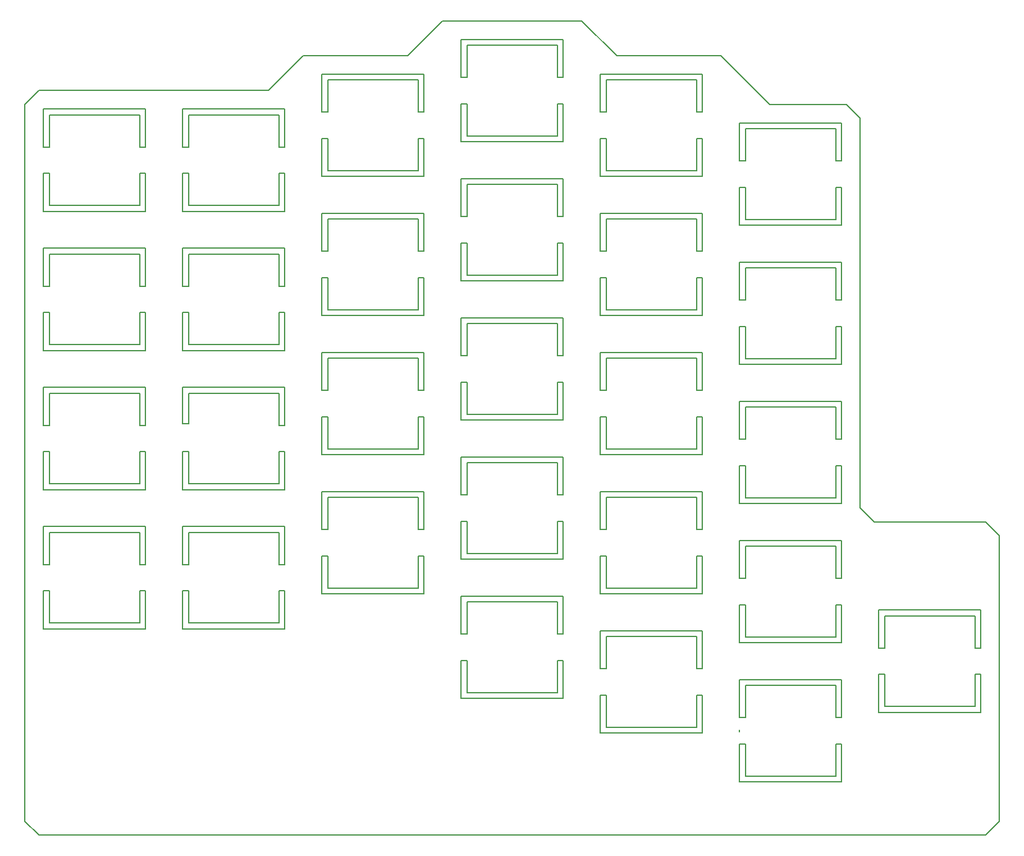
<source format=gm1>
G04 #@! TF.FileFunction,Profile,NP*
%FSLAX46Y46*%
G04 Gerber Fmt 4.6, Leading zero omitted, Abs format (unit mm)*
G04 Created by KiCad (PCBNEW 4.0.7) date Mon Jun  4 02:29:31 2018*
%MOMM*%
%LPD*%
G01*
G04 APERTURE LIST*
%ADD10C,0.100000*%
%ADD11C,0.150000*%
G04 APERTURE END LIST*
D10*
D11*
X126350000Y-109205000D02*
X126350000Y-114205000D01*
X139550000Y-114405000D02*
X140350000Y-114405000D01*
X139550000Y-110005000D02*
X139550000Y-114205000D01*
X139550000Y-114205000D02*
X139550000Y-114405000D01*
X140350000Y-114405000D02*
X140350000Y-114205000D01*
X140350000Y-114205000D02*
X140350000Y-109205000D01*
X140350000Y-109205000D02*
X126350000Y-109205000D01*
X127150000Y-110005000D02*
X139550000Y-110005000D01*
X140350000Y-118005000D02*
X139550000Y-118005000D01*
X140350000Y-123205000D02*
X126350000Y-123205000D01*
X140350000Y-118205000D02*
X140350000Y-123205000D01*
X139550000Y-118005000D02*
X139550000Y-122405000D01*
X126350000Y-123205000D02*
X126350000Y-118205000D01*
X140350000Y-118205000D02*
X140350000Y-118005000D01*
X127150000Y-118005000D02*
X126350000Y-118005000D01*
X127150000Y-122405000D02*
X127150000Y-118005000D01*
X126350000Y-118005000D02*
X126350000Y-118205000D01*
X139550000Y-122405000D02*
X127150000Y-122405000D01*
X127150000Y-114405000D02*
X127150000Y-114205000D01*
X126350000Y-114205000D02*
X126350000Y-114405000D01*
X127150000Y-114205000D02*
X127150000Y-110005000D01*
X126350000Y-114405000D02*
X127150000Y-114405000D01*
X50150000Y-78000000D02*
X50150000Y-83200000D01*
X50950000Y-78000000D02*
X50150000Y-78000000D01*
X50150000Y-74200000D02*
X50950000Y-74200000D01*
X145400000Y-108480000D02*
X145400000Y-108680000D01*
X146200000Y-112880000D02*
X146200000Y-108480000D01*
X145400000Y-113680000D02*
X145400000Y-108680000D01*
X159400000Y-113680000D02*
X145400000Y-113680000D01*
X158600000Y-104880000D02*
X159400000Y-104880000D01*
X159400000Y-104880000D02*
X159400000Y-104680000D01*
X158600000Y-112880000D02*
X146200000Y-112880000D01*
X158600000Y-104680000D02*
X158600000Y-104880000D01*
X159400000Y-104680000D02*
X159400000Y-99680000D01*
X146200000Y-104680000D02*
X146200000Y-100480000D01*
X159400000Y-99680000D02*
X145400000Y-99680000D01*
X158600000Y-100480000D02*
X158600000Y-104680000D01*
X145400000Y-99680000D02*
X145400000Y-104680000D01*
X146200000Y-100480000D02*
X158600000Y-100480000D01*
X146200000Y-108480000D02*
X145400000Y-108480000D01*
X145400000Y-104880000D02*
X146200000Y-104880000D01*
X145400000Y-104680000D02*
X145400000Y-104880000D01*
X146200000Y-104880000D02*
X146200000Y-104680000D01*
X159400000Y-108480000D02*
X158600000Y-108480000D01*
X159400000Y-108680000D02*
X159400000Y-113680000D01*
X159400000Y-108680000D02*
X159400000Y-108480000D01*
X158600000Y-108480000D02*
X158600000Y-112880000D01*
X126350000Y-116100000D02*
X126350000Y-116300000D01*
X126350000Y-98955000D02*
X126350000Y-99155000D01*
X127150000Y-103355000D02*
X127150000Y-98955000D01*
X126350000Y-104155000D02*
X126350000Y-99155000D01*
X140350000Y-104155000D02*
X126350000Y-104155000D01*
X139550000Y-95355000D02*
X140350000Y-95355000D01*
X140350000Y-95355000D02*
X140350000Y-95155000D01*
X139550000Y-103355000D02*
X127150000Y-103355000D01*
X139550000Y-95155000D02*
X139550000Y-95355000D01*
X140350000Y-95155000D02*
X140350000Y-90155000D01*
X127150000Y-95155000D02*
X127150000Y-90955000D01*
X140350000Y-90155000D02*
X126350000Y-90155000D01*
X139550000Y-90955000D02*
X139550000Y-95155000D01*
X126350000Y-90155000D02*
X126350000Y-95155000D01*
X127150000Y-90955000D02*
X139550000Y-90955000D01*
X127150000Y-98955000D02*
X126350000Y-98955000D01*
X126350000Y-95355000D02*
X127150000Y-95355000D01*
X126350000Y-95155000D02*
X126350000Y-95355000D01*
X127150000Y-95355000D02*
X127150000Y-95155000D01*
X140350000Y-98955000D02*
X139550000Y-98955000D01*
X140350000Y-99155000D02*
X140350000Y-104155000D01*
X140350000Y-99155000D02*
X140350000Y-98955000D01*
X139550000Y-98955000D02*
X139550000Y-103355000D01*
X107300000Y-111337500D02*
X107300000Y-111537500D01*
X108100000Y-115737500D02*
X108100000Y-111337500D01*
X107300000Y-116537500D02*
X107300000Y-111537500D01*
X121300000Y-116537500D02*
X107300000Y-116537500D01*
X120500000Y-107737500D02*
X121300000Y-107737500D01*
X121300000Y-107737500D02*
X121300000Y-107537500D01*
X120500000Y-115737500D02*
X108100000Y-115737500D01*
X120500000Y-107537500D02*
X120500000Y-107737500D01*
X121300000Y-107537500D02*
X121300000Y-102537500D01*
X108100000Y-107537500D02*
X108100000Y-103337500D01*
X121300000Y-102537500D02*
X107300000Y-102537500D01*
X120500000Y-103337500D02*
X120500000Y-107537500D01*
X107300000Y-102537500D02*
X107300000Y-107537500D01*
X108100000Y-103337500D02*
X120500000Y-103337500D01*
X108100000Y-111337500D02*
X107300000Y-111337500D01*
X107300000Y-107737500D02*
X108100000Y-107737500D01*
X107300000Y-107537500D02*
X107300000Y-107737500D01*
X108100000Y-107737500D02*
X108100000Y-107537500D01*
X121300000Y-111337500D02*
X120500000Y-111337500D01*
X121300000Y-111537500D02*
X121300000Y-116537500D01*
X121300000Y-111537500D02*
X121300000Y-111337500D01*
X120500000Y-111337500D02*
X120500000Y-115737500D01*
X88250000Y-106575000D02*
X88250000Y-106775000D01*
X89050000Y-110975000D02*
X89050000Y-106575000D01*
X88250000Y-111775000D02*
X88250000Y-106775000D01*
X102250000Y-111775000D02*
X88250000Y-111775000D01*
X101450000Y-102975000D02*
X102250000Y-102975000D01*
X102250000Y-102975000D02*
X102250000Y-102775000D01*
X101450000Y-110975000D02*
X89050000Y-110975000D01*
X101450000Y-102775000D02*
X101450000Y-102975000D01*
X102250000Y-102775000D02*
X102250000Y-97775000D01*
X89050000Y-102775000D02*
X89050000Y-98575000D01*
X102250000Y-97775000D02*
X88250000Y-97775000D01*
X101450000Y-98575000D02*
X101450000Y-102775000D01*
X88250000Y-97775000D02*
X88250000Y-102775000D01*
X89050000Y-98575000D02*
X101450000Y-98575000D01*
X89050000Y-106575000D02*
X88250000Y-106575000D01*
X88250000Y-102975000D02*
X89050000Y-102975000D01*
X88250000Y-102775000D02*
X88250000Y-102975000D01*
X89050000Y-102975000D02*
X89050000Y-102775000D01*
X102250000Y-106575000D02*
X101450000Y-106575000D01*
X102250000Y-106775000D02*
X102250000Y-111775000D01*
X102250000Y-106775000D02*
X102250000Y-106575000D01*
X101450000Y-106575000D02*
X101450000Y-110975000D01*
X31100000Y-97050000D02*
X31100000Y-97250000D01*
X31900000Y-101450000D02*
X31900000Y-97050000D01*
X31100000Y-102250000D02*
X31100000Y-97250000D01*
X45100000Y-102250000D02*
X31100000Y-102250000D01*
X44300000Y-93450000D02*
X45100000Y-93450000D01*
X45100000Y-93450000D02*
X45100000Y-93250000D01*
X44300000Y-101450000D02*
X31900000Y-101450000D01*
X44300000Y-93250000D02*
X44300000Y-93450000D01*
X45100000Y-93250000D02*
X45100000Y-88250000D01*
X31900000Y-93250000D02*
X31900000Y-89050000D01*
X45100000Y-88250000D02*
X31100000Y-88250000D01*
X44300000Y-89050000D02*
X44300000Y-93250000D01*
X31100000Y-88250000D02*
X31100000Y-93250000D01*
X31900000Y-89050000D02*
X44300000Y-89050000D01*
X31900000Y-97050000D02*
X31100000Y-97050000D01*
X31100000Y-93450000D02*
X31900000Y-93450000D01*
X31100000Y-93250000D02*
X31100000Y-93450000D01*
X31900000Y-93450000D02*
X31900000Y-93250000D01*
X45100000Y-97050000D02*
X44300000Y-97050000D01*
X45100000Y-97250000D02*
X45100000Y-102250000D01*
X45100000Y-97250000D02*
X45100000Y-97050000D01*
X44300000Y-97050000D02*
X44300000Y-101450000D01*
X50150000Y-97050000D02*
X50150000Y-97250000D01*
X50950000Y-101450000D02*
X50950000Y-97050000D01*
X50150000Y-102250000D02*
X50150000Y-97250000D01*
X64150000Y-102250000D02*
X50150000Y-102250000D01*
X63350000Y-93450000D02*
X64150000Y-93450000D01*
X64150000Y-93450000D02*
X64150000Y-93250000D01*
X63350000Y-101450000D02*
X50950000Y-101450000D01*
X63350000Y-93250000D02*
X63350000Y-93450000D01*
X64150000Y-93250000D02*
X64150000Y-88250000D01*
X50950000Y-93250000D02*
X50950000Y-89050000D01*
X64150000Y-88250000D02*
X50150000Y-88250000D01*
X63350000Y-89050000D02*
X63350000Y-93250000D01*
X50150000Y-88250000D02*
X50150000Y-93250000D01*
X50950000Y-89050000D02*
X63350000Y-89050000D01*
X50950000Y-97050000D02*
X50150000Y-97050000D01*
X50150000Y-93450000D02*
X50950000Y-93450000D01*
X50150000Y-93250000D02*
X50150000Y-93450000D01*
X50950000Y-93450000D02*
X50950000Y-93250000D01*
X64150000Y-97050000D02*
X63350000Y-97050000D01*
X64150000Y-97250000D02*
X64150000Y-102250000D01*
X64150000Y-97250000D02*
X64150000Y-97050000D01*
X63350000Y-97050000D02*
X63350000Y-101450000D01*
X69200000Y-92287500D02*
X69200000Y-92487500D01*
X70000000Y-96687500D02*
X70000000Y-92287500D01*
X69200000Y-97487500D02*
X69200000Y-92487500D01*
X83200000Y-97487500D02*
X69200000Y-97487500D01*
X82400000Y-88687500D02*
X83200000Y-88687500D01*
X83200000Y-88687500D02*
X83200000Y-88487500D01*
X82400000Y-96687500D02*
X70000000Y-96687500D01*
X82400000Y-88487500D02*
X82400000Y-88687500D01*
X83200000Y-88487500D02*
X83200000Y-83487500D01*
X70000000Y-88487500D02*
X70000000Y-84287500D01*
X83200000Y-83487500D02*
X69200000Y-83487500D01*
X82400000Y-84287500D02*
X82400000Y-88487500D01*
X69200000Y-83487500D02*
X69200000Y-88487500D01*
X70000000Y-84287500D02*
X82400000Y-84287500D01*
X70000000Y-92287500D02*
X69200000Y-92287500D01*
X69200000Y-88687500D02*
X70000000Y-88687500D01*
X69200000Y-88487500D02*
X69200000Y-88687500D01*
X70000000Y-88687500D02*
X70000000Y-88487500D01*
X83200000Y-92287500D02*
X82400000Y-92287500D01*
X83200000Y-92487500D02*
X83200000Y-97487500D01*
X83200000Y-92487500D02*
X83200000Y-92287500D01*
X82400000Y-92287500D02*
X82400000Y-96687500D01*
X88250000Y-87525000D02*
X88250000Y-87725000D01*
X89050000Y-91925000D02*
X89050000Y-87525000D01*
X88250000Y-92725000D02*
X88250000Y-87725000D01*
X102250000Y-92725000D02*
X88250000Y-92725000D01*
X101450000Y-83925000D02*
X102250000Y-83925000D01*
X102250000Y-83925000D02*
X102250000Y-83725000D01*
X101450000Y-91925000D02*
X89050000Y-91925000D01*
X101450000Y-83725000D02*
X101450000Y-83925000D01*
X102250000Y-83725000D02*
X102250000Y-78725000D01*
X89050000Y-83725000D02*
X89050000Y-79525000D01*
X102250000Y-78725000D02*
X88250000Y-78725000D01*
X101450000Y-79525000D02*
X101450000Y-83725000D01*
X88250000Y-78725000D02*
X88250000Y-83725000D01*
X89050000Y-79525000D02*
X101450000Y-79525000D01*
X89050000Y-87525000D02*
X88250000Y-87525000D01*
X88250000Y-83925000D02*
X89050000Y-83925000D01*
X88250000Y-83725000D02*
X88250000Y-83925000D01*
X89050000Y-83925000D02*
X89050000Y-83725000D01*
X102250000Y-87525000D02*
X101450000Y-87525000D01*
X102250000Y-87725000D02*
X102250000Y-92725000D01*
X102250000Y-87725000D02*
X102250000Y-87525000D01*
X101450000Y-87525000D02*
X101450000Y-91925000D01*
X107300000Y-92287500D02*
X107300000Y-92487500D01*
X108100000Y-96687500D02*
X108100000Y-92287500D01*
X107300000Y-97487500D02*
X107300000Y-92487500D01*
X121300000Y-97487500D02*
X107300000Y-97487500D01*
X120500000Y-88687500D02*
X121300000Y-88687500D01*
X121300000Y-88687500D02*
X121300000Y-88487500D01*
X120500000Y-96687500D02*
X108100000Y-96687500D01*
X120500000Y-88487500D02*
X120500000Y-88687500D01*
X121300000Y-88487500D02*
X121300000Y-83487500D01*
X108100000Y-88487500D02*
X108100000Y-84287500D01*
X121300000Y-83487500D02*
X107300000Y-83487500D01*
X120500000Y-84287500D02*
X120500000Y-88487500D01*
X107300000Y-83487500D02*
X107300000Y-88487500D01*
X108100000Y-84287500D02*
X120500000Y-84287500D01*
X108100000Y-92287500D02*
X107300000Y-92287500D01*
X107300000Y-88687500D02*
X108100000Y-88687500D01*
X107300000Y-88487500D02*
X107300000Y-88687500D01*
X108100000Y-88687500D02*
X108100000Y-88487500D01*
X121300000Y-92287500D02*
X120500000Y-92287500D01*
X121300000Y-92487500D02*
X121300000Y-97487500D01*
X121300000Y-92487500D02*
X121300000Y-92287500D01*
X120500000Y-92287500D02*
X120500000Y-96687500D01*
X126350000Y-79905000D02*
X126350000Y-80105000D01*
X127150000Y-84305000D02*
X127150000Y-79905000D01*
X126350000Y-85105000D02*
X126350000Y-80105000D01*
X140350000Y-85105000D02*
X126350000Y-85105000D01*
X139550000Y-76305000D02*
X140350000Y-76305000D01*
X140350000Y-76305000D02*
X140350000Y-76105000D01*
X139550000Y-84305000D02*
X127150000Y-84305000D01*
X139550000Y-76105000D02*
X139550000Y-76305000D01*
X140350000Y-76105000D02*
X140350000Y-71105000D01*
X127150000Y-76105000D02*
X127150000Y-71905000D01*
X140350000Y-71105000D02*
X126350000Y-71105000D01*
X139550000Y-71905000D02*
X139550000Y-76105000D01*
X126350000Y-71105000D02*
X126350000Y-76105000D01*
X127150000Y-71905000D02*
X139550000Y-71905000D01*
X127150000Y-79905000D02*
X126350000Y-79905000D01*
X126350000Y-76305000D02*
X127150000Y-76305000D01*
X126350000Y-76105000D02*
X126350000Y-76305000D01*
X127150000Y-76305000D02*
X127150000Y-76105000D01*
X140350000Y-79905000D02*
X139550000Y-79905000D01*
X140350000Y-80105000D02*
X140350000Y-85105000D01*
X140350000Y-80105000D02*
X140350000Y-79905000D01*
X139550000Y-79905000D02*
X139550000Y-84305000D01*
X126350000Y-60855000D02*
X126350000Y-61055000D01*
X127150000Y-65255000D02*
X127150000Y-60855000D01*
X126350000Y-66055000D02*
X126350000Y-61055000D01*
X140350000Y-66055000D02*
X126350000Y-66055000D01*
X139550000Y-57255000D02*
X140350000Y-57255000D01*
X140350000Y-57255000D02*
X140350000Y-57055000D01*
X139550000Y-65255000D02*
X127150000Y-65255000D01*
X139550000Y-57055000D02*
X139550000Y-57255000D01*
X140350000Y-57055000D02*
X140350000Y-52055000D01*
X127150000Y-57055000D02*
X127150000Y-52855000D01*
X140350000Y-52055000D02*
X126350000Y-52055000D01*
X139550000Y-52855000D02*
X139550000Y-57055000D01*
X126350000Y-52055000D02*
X126350000Y-57055000D01*
X127150000Y-52855000D02*
X139550000Y-52855000D01*
X127150000Y-60855000D02*
X126350000Y-60855000D01*
X126350000Y-57255000D02*
X127150000Y-57255000D01*
X126350000Y-57055000D02*
X126350000Y-57255000D01*
X127150000Y-57255000D02*
X127150000Y-57055000D01*
X140350000Y-60855000D02*
X139550000Y-60855000D01*
X140350000Y-61055000D02*
X140350000Y-66055000D01*
X140350000Y-61055000D02*
X140350000Y-60855000D01*
X139550000Y-60855000D02*
X139550000Y-65255000D01*
X107300000Y-73237500D02*
X107300000Y-73437500D01*
X108100000Y-77637500D02*
X108100000Y-73237500D01*
X107300000Y-78437500D02*
X107300000Y-73437500D01*
X121300000Y-78437500D02*
X107300000Y-78437500D01*
X120500000Y-69637500D02*
X121300000Y-69637500D01*
X121300000Y-69637500D02*
X121300000Y-69437500D01*
X120500000Y-77637500D02*
X108100000Y-77637500D01*
X120500000Y-69437500D02*
X120500000Y-69637500D01*
X121300000Y-69437500D02*
X121300000Y-64437500D01*
X108100000Y-69437500D02*
X108100000Y-65237500D01*
X121300000Y-64437500D02*
X107300000Y-64437500D01*
X120500000Y-65237500D02*
X120500000Y-69437500D01*
X107300000Y-64437500D02*
X107300000Y-69437500D01*
X108100000Y-65237500D02*
X120500000Y-65237500D01*
X108100000Y-73237500D02*
X107300000Y-73237500D01*
X107300000Y-69637500D02*
X108100000Y-69637500D01*
X107300000Y-69437500D02*
X107300000Y-69637500D01*
X108100000Y-69637500D02*
X108100000Y-69437500D01*
X121300000Y-73237500D02*
X120500000Y-73237500D01*
X121300000Y-73437500D02*
X121300000Y-78437500D01*
X121300000Y-73437500D02*
X121300000Y-73237500D01*
X120500000Y-73237500D02*
X120500000Y-77637500D01*
X88250000Y-68475000D02*
X88250000Y-68675000D01*
X89050000Y-72875000D02*
X89050000Y-68475000D01*
X88250000Y-73675000D02*
X88250000Y-68675000D01*
X102250000Y-73675000D02*
X88250000Y-73675000D01*
X101450000Y-64875000D02*
X102250000Y-64875000D01*
X102250000Y-64875000D02*
X102250000Y-64675000D01*
X101450000Y-72875000D02*
X89050000Y-72875000D01*
X101450000Y-64675000D02*
X101450000Y-64875000D01*
X102250000Y-64675000D02*
X102250000Y-59675000D01*
X89050000Y-64675000D02*
X89050000Y-60475000D01*
X102250000Y-59675000D02*
X88250000Y-59675000D01*
X101450000Y-60475000D02*
X101450000Y-64675000D01*
X88250000Y-59675000D02*
X88250000Y-64675000D01*
X89050000Y-60475000D02*
X101450000Y-60475000D01*
X89050000Y-68475000D02*
X88250000Y-68475000D01*
X88250000Y-64875000D02*
X89050000Y-64875000D01*
X88250000Y-64675000D02*
X88250000Y-64875000D01*
X89050000Y-64875000D02*
X89050000Y-64675000D01*
X102250000Y-68475000D02*
X101450000Y-68475000D01*
X102250000Y-68675000D02*
X102250000Y-73675000D01*
X102250000Y-68675000D02*
X102250000Y-68475000D01*
X101450000Y-68475000D02*
X101450000Y-72875000D01*
X69200000Y-73237500D02*
X69200000Y-73437500D01*
X70000000Y-77637500D02*
X70000000Y-73237500D01*
X69200000Y-78437500D02*
X69200000Y-73437500D01*
X83200000Y-78437500D02*
X69200000Y-78437500D01*
X82400000Y-69637500D02*
X83200000Y-69637500D01*
X83200000Y-69637500D02*
X83200000Y-69437500D01*
X82400000Y-77637500D02*
X70000000Y-77637500D01*
X82400000Y-69437500D02*
X82400000Y-69637500D01*
X83200000Y-69437500D02*
X83200000Y-64437500D01*
X70000000Y-69437500D02*
X70000000Y-65237500D01*
X83200000Y-64437500D02*
X69200000Y-64437500D01*
X82400000Y-65237500D02*
X82400000Y-69437500D01*
X69200000Y-64437500D02*
X69200000Y-69437500D01*
X70000000Y-65237500D02*
X82400000Y-65237500D01*
X70000000Y-73237500D02*
X69200000Y-73237500D01*
X69200000Y-69637500D02*
X70000000Y-69637500D01*
X69200000Y-69437500D02*
X69200000Y-69637500D01*
X70000000Y-69637500D02*
X70000000Y-69437500D01*
X83200000Y-73237500D02*
X82400000Y-73237500D01*
X83200000Y-73437500D02*
X83200000Y-78437500D01*
X83200000Y-73437500D02*
X83200000Y-73237500D01*
X82400000Y-73237500D02*
X82400000Y-77637500D01*
X50950000Y-82400000D02*
X50950000Y-78000000D01*
X64150000Y-83200000D02*
X50150000Y-83200000D01*
X63350000Y-74400000D02*
X64150000Y-74400000D01*
X64150000Y-74400000D02*
X64150000Y-74200000D01*
X63350000Y-82400000D02*
X50950000Y-82400000D01*
X63350000Y-74200000D02*
X63350000Y-74400000D01*
X64150000Y-74200000D02*
X64150000Y-69200000D01*
X50950000Y-74200000D02*
X50950000Y-70000000D01*
X64150000Y-69200000D02*
X50150000Y-69200000D01*
X63350000Y-70000000D02*
X63350000Y-74200000D01*
X50150000Y-69200000D02*
X50150000Y-74200000D01*
X50950000Y-70000000D02*
X63350000Y-70000000D01*
X64150000Y-78000000D02*
X63350000Y-78000000D01*
X64150000Y-78200000D02*
X64150000Y-83200000D01*
X64150000Y-78200000D02*
X64150000Y-78000000D01*
X63350000Y-78000000D02*
X63350000Y-82400000D01*
X31100000Y-78000000D02*
X31100000Y-78200000D01*
X31900000Y-82400000D02*
X31900000Y-78000000D01*
X31100000Y-83200000D02*
X31100000Y-78200000D01*
X45100000Y-83200000D02*
X31100000Y-83200000D01*
X44300000Y-74400000D02*
X45100000Y-74400000D01*
X45100000Y-74400000D02*
X45100000Y-74200000D01*
X44300000Y-82400000D02*
X31900000Y-82400000D01*
X44300000Y-74200000D02*
X44300000Y-74400000D01*
X45100000Y-74200000D02*
X45100000Y-69200000D01*
X31900000Y-74200000D02*
X31900000Y-70000000D01*
X45100000Y-69200000D02*
X31100000Y-69200000D01*
X44300000Y-70000000D02*
X44300000Y-74200000D01*
X31100000Y-69200000D02*
X31100000Y-74200000D01*
X31900000Y-70000000D02*
X44300000Y-70000000D01*
X31900000Y-78000000D02*
X31100000Y-78000000D01*
X31100000Y-74400000D02*
X31900000Y-74400000D01*
X31100000Y-74200000D02*
X31100000Y-74400000D01*
X31900000Y-74400000D02*
X31900000Y-74200000D01*
X45100000Y-78000000D02*
X44300000Y-78000000D01*
X45100000Y-78200000D02*
X45100000Y-83200000D01*
X45100000Y-78200000D02*
X45100000Y-78000000D01*
X44300000Y-78000000D02*
X44300000Y-82400000D01*
X31100000Y-58950000D02*
X31100000Y-59150000D01*
X31900000Y-63350000D02*
X31900000Y-58950000D01*
X31100000Y-64150000D02*
X31100000Y-59150000D01*
X45100000Y-64150000D02*
X31100000Y-64150000D01*
X44300000Y-55350000D02*
X45100000Y-55350000D01*
X45100000Y-55350000D02*
X45100000Y-55150000D01*
X44300000Y-63350000D02*
X31900000Y-63350000D01*
X44300000Y-55150000D02*
X44300000Y-55350000D01*
X45100000Y-55150000D02*
X45100000Y-50150000D01*
X31900000Y-55150000D02*
X31900000Y-50950000D01*
X45100000Y-50150000D02*
X31100000Y-50150000D01*
X44300000Y-50950000D02*
X44300000Y-55150000D01*
X31100000Y-50150000D02*
X31100000Y-55150000D01*
X31900000Y-50950000D02*
X44300000Y-50950000D01*
X31900000Y-58950000D02*
X31100000Y-58950000D01*
X31100000Y-55350000D02*
X31900000Y-55350000D01*
X31100000Y-55150000D02*
X31100000Y-55350000D01*
X31900000Y-55350000D02*
X31900000Y-55150000D01*
X45100000Y-58950000D02*
X44300000Y-58950000D01*
X45100000Y-59150000D02*
X45100000Y-64150000D01*
X45100000Y-59150000D02*
X45100000Y-58950000D01*
X44300000Y-58950000D02*
X44300000Y-63350000D01*
X50150000Y-58950000D02*
X50150000Y-59150000D01*
X50950000Y-63350000D02*
X50950000Y-58950000D01*
X50150000Y-64150000D02*
X50150000Y-59150000D01*
X64150000Y-64150000D02*
X50150000Y-64150000D01*
X63350000Y-55350000D02*
X64150000Y-55350000D01*
X64150000Y-55350000D02*
X64150000Y-55150000D01*
X63350000Y-63350000D02*
X50950000Y-63350000D01*
X63350000Y-55150000D02*
X63350000Y-55350000D01*
X64150000Y-55150000D02*
X64150000Y-50150000D01*
X50950000Y-55150000D02*
X50950000Y-50950000D01*
X64150000Y-50150000D02*
X50150000Y-50150000D01*
X63350000Y-50950000D02*
X63350000Y-55150000D01*
X50150000Y-50150000D02*
X50150000Y-55150000D01*
X50950000Y-50950000D02*
X63350000Y-50950000D01*
X50950000Y-58950000D02*
X50150000Y-58950000D01*
X50150000Y-55350000D02*
X50950000Y-55350000D01*
X50150000Y-55150000D02*
X50150000Y-55350000D01*
X50950000Y-55350000D02*
X50950000Y-55150000D01*
X64150000Y-58950000D02*
X63350000Y-58950000D01*
X64150000Y-59150000D02*
X64150000Y-64150000D01*
X64150000Y-59150000D02*
X64150000Y-58950000D01*
X63350000Y-58950000D02*
X63350000Y-63350000D01*
X69200000Y-54187500D02*
X69200000Y-54387500D01*
X70000000Y-58587500D02*
X70000000Y-54187500D01*
X69200000Y-59387500D02*
X69200000Y-54387500D01*
X83200000Y-59387500D02*
X69200000Y-59387500D01*
X82400000Y-50587500D02*
X83200000Y-50587500D01*
X83200000Y-50587500D02*
X83200000Y-50387500D01*
X82400000Y-58587500D02*
X70000000Y-58587500D01*
X82400000Y-50387500D02*
X82400000Y-50587500D01*
X83200000Y-50387500D02*
X83200000Y-45387500D01*
X70000000Y-50387500D02*
X70000000Y-46187500D01*
X83200000Y-45387500D02*
X69200000Y-45387500D01*
X82400000Y-46187500D02*
X82400000Y-50387500D01*
X69200000Y-45387500D02*
X69200000Y-50387500D01*
X70000000Y-46187500D02*
X82400000Y-46187500D01*
X70000000Y-54187500D02*
X69200000Y-54187500D01*
X69200000Y-50587500D02*
X70000000Y-50587500D01*
X69200000Y-50387500D02*
X69200000Y-50587500D01*
X70000000Y-50587500D02*
X70000000Y-50387500D01*
X83200000Y-54187500D02*
X82400000Y-54187500D01*
X83200000Y-54387500D02*
X83200000Y-59387500D01*
X83200000Y-54387500D02*
X83200000Y-54187500D01*
X82400000Y-54187500D02*
X82400000Y-58587500D01*
X88250000Y-49425000D02*
X88250000Y-49625000D01*
X89050000Y-53825000D02*
X89050000Y-49425000D01*
X88250000Y-54625000D02*
X88250000Y-49625000D01*
X102250000Y-54625000D02*
X88250000Y-54625000D01*
X101450000Y-45825000D02*
X102250000Y-45825000D01*
X102250000Y-45825000D02*
X102250000Y-45625000D01*
X101450000Y-53825000D02*
X89050000Y-53825000D01*
X101450000Y-45625000D02*
X101450000Y-45825000D01*
X102250000Y-45625000D02*
X102250000Y-40625000D01*
X89050000Y-45625000D02*
X89050000Y-41425000D01*
X102250000Y-40625000D02*
X88250000Y-40625000D01*
X101450000Y-41425000D02*
X101450000Y-45625000D01*
X88250000Y-40625000D02*
X88250000Y-45625000D01*
X89050000Y-41425000D02*
X101450000Y-41425000D01*
X89050000Y-49425000D02*
X88250000Y-49425000D01*
X88250000Y-45825000D02*
X89050000Y-45825000D01*
X88250000Y-45625000D02*
X88250000Y-45825000D01*
X89050000Y-45825000D02*
X89050000Y-45625000D01*
X102250000Y-49425000D02*
X101450000Y-49425000D01*
X102250000Y-49625000D02*
X102250000Y-54625000D01*
X102250000Y-49625000D02*
X102250000Y-49425000D01*
X101450000Y-49425000D02*
X101450000Y-53825000D01*
X107300000Y-54187500D02*
X107300000Y-54387500D01*
X108100000Y-58587500D02*
X108100000Y-54187500D01*
X107300000Y-59387500D02*
X107300000Y-54387500D01*
X121300000Y-59387500D02*
X107300000Y-59387500D01*
X120500000Y-50587500D02*
X121300000Y-50587500D01*
X121300000Y-50587500D02*
X121300000Y-50387500D01*
X120500000Y-58587500D02*
X108100000Y-58587500D01*
X120500000Y-50387500D02*
X120500000Y-50587500D01*
X121300000Y-50387500D02*
X121300000Y-45387500D01*
X108100000Y-50387500D02*
X108100000Y-46187500D01*
X121300000Y-45387500D02*
X107300000Y-45387500D01*
X120500000Y-46187500D02*
X120500000Y-50387500D01*
X107300000Y-45387500D02*
X107300000Y-50387500D01*
X108100000Y-46187500D02*
X120500000Y-46187500D01*
X108100000Y-54187500D02*
X107300000Y-54187500D01*
X107300000Y-50587500D02*
X108100000Y-50587500D01*
X107300000Y-50387500D02*
X107300000Y-50587500D01*
X108100000Y-50587500D02*
X108100000Y-50387500D01*
X121300000Y-54187500D02*
X120500000Y-54187500D01*
X121300000Y-54387500D02*
X121300000Y-59387500D01*
X121300000Y-54387500D02*
X121300000Y-54187500D01*
X120500000Y-54187500D02*
X120500000Y-58587500D01*
X126350000Y-41805000D02*
X126350000Y-42005000D01*
X127150000Y-46205000D02*
X127150000Y-41805000D01*
X126350000Y-47005000D02*
X126350000Y-42005000D01*
X140350000Y-47005000D02*
X126350000Y-47005000D01*
X139550000Y-38205000D02*
X140350000Y-38205000D01*
X140350000Y-38205000D02*
X140350000Y-38005000D01*
X139550000Y-46205000D02*
X127150000Y-46205000D01*
X139550000Y-38005000D02*
X139550000Y-38205000D01*
X140350000Y-38005000D02*
X140350000Y-33005000D01*
X127150000Y-38005000D02*
X127150000Y-33805000D01*
X140350000Y-33005000D02*
X126350000Y-33005000D01*
X139550000Y-33805000D02*
X139550000Y-38005000D01*
X126350000Y-33005000D02*
X126350000Y-38005000D01*
X127150000Y-33805000D02*
X139550000Y-33805000D01*
X127150000Y-41805000D02*
X126350000Y-41805000D01*
X126350000Y-38205000D02*
X127150000Y-38205000D01*
X126350000Y-38005000D02*
X126350000Y-38205000D01*
X127150000Y-38205000D02*
X127150000Y-38005000D01*
X140350000Y-41805000D02*
X139550000Y-41805000D01*
X140350000Y-42005000D02*
X140350000Y-47005000D01*
X140350000Y-42005000D02*
X140350000Y-41805000D01*
X139550000Y-41805000D02*
X139550000Y-46205000D01*
X107300000Y-35137500D02*
X107300000Y-35337500D01*
X108100000Y-39537500D02*
X108100000Y-35137500D01*
X107300000Y-40337500D02*
X107300000Y-35337500D01*
X121300000Y-40337500D02*
X107300000Y-40337500D01*
X120500000Y-31537500D02*
X121300000Y-31537500D01*
X121300000Y-31537500D02*
X121300000Y-31337500D01*
X120500000Y-39537500D02*
X108100000Y-39537500D01*
X120500000Y-31337500D02*
X120500000Y-31537500D01*
X121300000Y-31337500D02*
X121300000Y-26337500D01*
X108100000Y-31337500D02*
X108100000Y-27137500D01*
X121300000Y-26337500D02*
X107300000Y-26337500D01*
X120500000Y-27137500D02*
X120500000Y-31337500D01*
X107300000Y-26337500D02*
X107300000Y-31337500D01*
X108100000Y-27137500D02*
X120500000Y-27137500D01*
X108100000Y-35137500D02*
X107300000Y-35137500D01*
X107300000Y-31537500D02*
X108100000Y-31537500D01*
X107300000Y-31337500D02*
X107300000Y-31537500D01*
X108100000Y-31537500D02*
X108100000Y-31337500D01*
X121300000Y-35137500D02*
X120500000Y-35137500D01*
X121300000Y-35337500D02*
X121300000Y-40337500D01*
X121300000Y-35337500D02*
X121300000Y-35137500D01*
X120500000Y-35137500D02*
X120500000Y-39537500D01*
X88250000Y-30375000D02*
X88250000Y-30575000D01*
X89050000Y-34775000D02*
X89050000Y-30375000D01*
X88250000Y-35575000D02*
X88250000Y-30575000D01*
X102250000Y-35575000D02*
X88250000Y-35575000D01*
X101450000Y-26775000D02*
X102250000Y-26775000D01*
X102250000Y-26775000D02*
X102250000Y-26575000D01*
X101450000Y-34775000D02*
X89050000Y-34775000D01*
X101450000Y-26575000D02*
X101450000Y-26775000D01*
X102250000Y-26575000D02*
X102250000Y-21575000D01*
X89050000Y-26575000D02*
X89050000Y-22375000D01*
X102250000Y-21575000D02*
X88250000Y-21575000D01*
X101450000Y-22375000D02*
X101450000Y-26575000D01*
X88250000Y-21575000D02*
X88250000Y-26575000D01*
X89050000Y-22375000D02*
X101450000Y-22375000D01*
X89050000Y-30375000D02*
X88250000Y-30375000D01*
X88250000Y-26775000D02*
X89050000Y-26775000D01*
X88250000Y-26575000D02*
X88250000Y-26775000D01*
X89050000Y-26775000D02*
X89050000Y-26575000D01*
X102250000Y-30375000D02*
X101450000Y-30375000D01*
X102250000Y-30575000D02*
X102250000Y-35575000D01*
X102250000Y-30575000D02*
X102250000Y-30375000D01*
X101450000Y-30375000D02*
X101450000Y-34775000D01*
X83200000Y-35137500D02*
X82400000Y-35137500D01*
X82400000Y-35137500D02*
X82400000Y-39537500D01*
X83200000Y-35337500D02*
X83200000Y-35137500D01*
X83200000Y-35337500D02*
X83200000Y-40337500D01*
X69200000Y-31537500D02*
X70000000Y-31537500D01*
X69200000Y-31337500D02*
X69200000Y-31537500D01*
X70000000Y-31537500D02*
X70000000Y-31337500D01*
X70000000Y-35137500D02*
X69200000Y-35137500D01*
X82400000Y-39537500D02*
X70000000Y-39537500D01*
X69200000Y-35137500D02*
X69200000Y-35337500D01*
X70000000Y-39537500D02*
X70000000Y-35137500D01*
X83200000Y-40337500D02*
X69200000Y-40337500D01*
X69200000Y-40337500D02*
X69200000Y-35337500D01*
X69200000Y-26337500D02*
X69200000Y-31337500D01*
X70000000Y-27137500D02*
X82400000Y-27137500D01*
X83200000Y-26337500D02*
X69200000Y-26337500D01*
X70000000Y-31337500D02*
X70000000Y-27137500D01*
X83200000Y-31537500D02*
X83200000Y-31337500D01*
X82400000Y-31537500D02*
X83200000Y-31537500D01*
X82400000Y-27137500D02*
X82400000Y-31337500D01*
X83200000Y-31337500D02*
X83200000Y-26337500D01*
X82400000Y-31337500D02*
X82400000Y-31537500D01*
X64150000Y-39900000D02*
X63350000Y-39900000D01*
X63350000Y-39900000D02*
X63350000Y-44300000D01*
X64150000Y-40100000D02*
X64150000Y-39900000D01*
X64150000Y-40100000D02*
X64150000Y-45100000D01*
X50150000Y-36300000D02*
X50950000Y-36300000D01*
X50150000Y-36100000D02*
X50150000Y-36300000D01*
X50950000Y-36300000D02*
X50950000Y-36100000D01*
X50950000Y-39900000D02*
X50150000Y-39900000D01*
X63350000Y-44300000D02*
X50950000Y-44300000D01*
X50150000Y-39900000D02*
X50150000Y-40100000D01*
X50950000Y-44300000D02*
X50950000Y-39900000D01*
X64150000Y-45100000D02*
X50150000Y-45100000D01*
X50150000Y-45100000D02*
X50150000Y-40100000D01*
X50150000Y-31100000D02*
X50150000Y-36100000D01*
X50950000Y-31900000D02*
X63350000Y-31900000D01*
X64150000Y-31100000D02*
X50150000Y-31100000D01*
X50950000Y-36100000D02*
X50950000Y-31900000D01*
X64150000Y-36300000D02*
X64150000Y-36100000D01*
X63350000Y-36300000D02*
X64150000Y-36300000D01*
X63350000Y-31900000D02*
X63350000Y-36100000D01*
X64150000Y-36100000D02*
X64150000Y-31100000D01*
X63350000Y-36100000D02*
X63350000Y-36300000D01*
X31100000Y-39900000D02*
X31100000Y-40100000D01*
X31900000Y-39900000D02*
X31100000Y-39900000D01*
X31900000Y-44300000D02*
X31900000Y-39900000D01*
X44300000Y-44300000D02*
X31900000Y-44300000D01*
X44300000Y-39900000D02*
X44300000Y-44300000D01*
X45100000Y-39900000D02*
X44300000Y-39900000D01*
X45100000Y-40100000D02*
X45100000Y-39900000D01*
X45100000Y-36300000D02*
X45100000Y-36100000D01*
X44300000Y-36300000D02*
X45100000Y-36300000D01*
X44300000Y-36100000D02*
X44300000Y-36300000D01*
X31900000Y-36300000D02*
X31900000Y-36100000D01*
X31100000Y-36300000D02*
X31900000Y-36300000D01*
X31100000Y-36100000D02*
X31100000Y-36300000D01*
X44300000Y-31900000D02*
X44300000Y-36100000D01*
X31900000Y-31900000D02*
X44300000Y-31900000D01*
X31900000Y-36100000D02*
X31900000Y-31900000D01*
X161925000Y-128587500D02*
X161925000Y-127635000D01*
X160020000Y-130492500D02*
X161925000Y-128587500D01*
X30480000Y-130492500D02*
X160020000Y-130492500D01*
X161925000Y-127635000D02*
X161925000Y-89535000D01*
X28575000Y-128587500D02*
X30480000Y-130492500D01*
X28575000Y-30480000D02*
X28575000Y-128587500D01*
X45100000Y-45100000D02*
X31100000Y-45100000D01*
X45100000Y-40100000D02*
X45100000Y-45100000D01*
X31100000Y-45100000D02*
X31100000Y-40100000D01*
X45100000Y-31100000D02*
X31100000Y-31100000D01*
X45100000Y-36100000D02*
X45100000Y-31100000D01*
X31100000Y-31100000D02*
X31100000Y-36100000D01*
X144780000Y-87630000D02*
X160020000Y-87630000D01*
X142875000Y-32385000D02*
X142875000Y-85725000D01*
X130492500Y-30480000D02*
X140970000Y-30480000D01*
X109537500Y-23812500D02*
X123825000Y-23812500D01*
X66675000Y-23812500D02*
X80962500Y-23812500D01*
X30480000Y-28575000D02*
X61912500Y-28575000D01*
X160020000Y-87630000D02*
X161925000Y-89535000D01*
X142875000Y-85725000D02*
X144780000Y-87630000D01*
X30480000Y-28575000D02*
X28575000Y-30480000D01*
X66675000Y-23812500D02*
X61912500Y-28575000D01*
X140970000Y-30480000D02*
X142875000Y-32385000D01*
X123825000Y-23812500D02*
X130492500Y-30480000D01*
X104775000Y-19050000D02*
X109537500Y-23812500D01*
X85725000Y-19050000D02*
X80962500Y-23812500D01*
X85725000Y-19050000D02*
X104775000Y-19050000D01*
M02*

</source>
